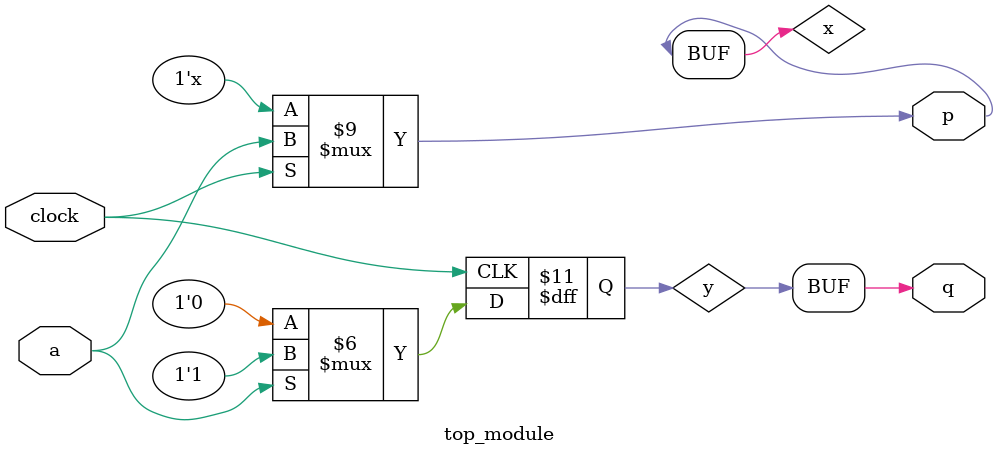
<source format=v>
module top_module (
    input clock,
    input a,
    output p,
    output q );
    
    reg x, y;
    
    always @(clock) begin
        if (clock == 1) begin
        	x = a;
        end
    end
    
    always @(negedge clock) begin
        if (a == 1) begin
        	y = 1;
        end
        else begin
        	y = 0;
        end
    end
        
     

    assign p = x;
	assign q = y;
endmodule

</source>
